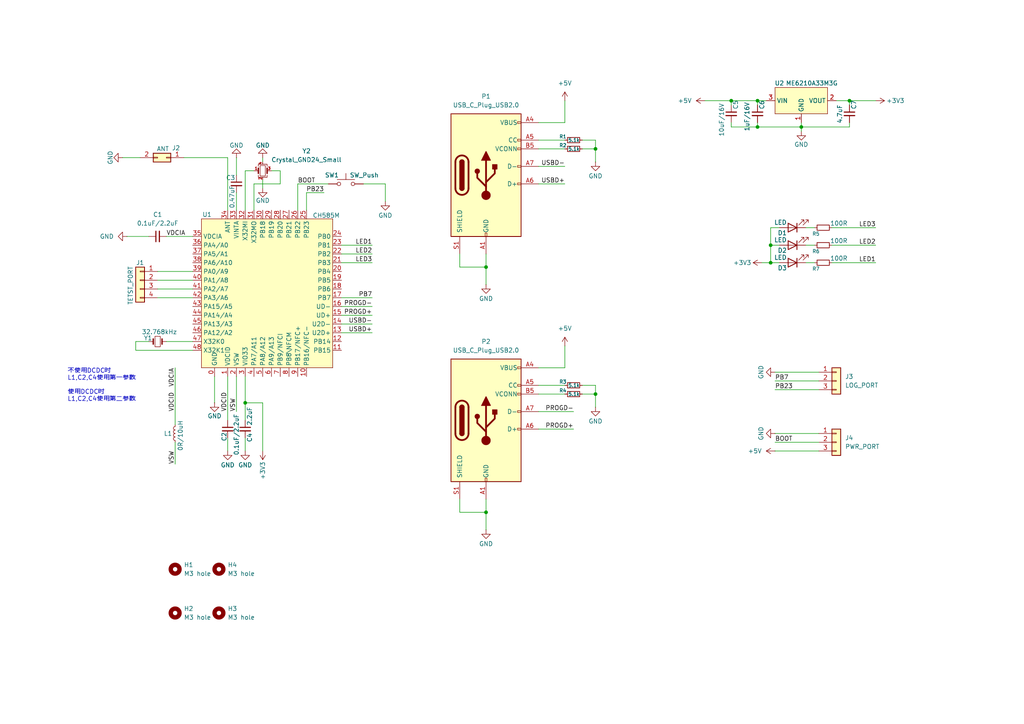
<source format=kicad_sch>
(kicad_sch (version 20250114) (generator "eeschema") (generator_version "9.0")
  (paper "A4")
  (lib_symbols
    (symbol "Connector:USB_C_Plug_USB2.0" (pin_names (offset 1.016))
      (property "Reference" "P" (at -10.16 19.05 0))
      (property "Value" "USB_C_Plug_USB2.0" (at 12.7 19.05 0))
      (symbol "USB_C_Plug_USB2.0_0_0"
        (rectangle (start -0.254 -17.78) (end 0.254 -16.764))
        (rectangle (start 10.16 15.494) (end 9.144 14.986))
        (rectangle (start 10.16 10.414) (end 9.144 9.906))
        (rectangle (start 10.16 7.874) (end 9.144 7.366))
        (rectangle (start 10.16 2.794) (end 9.144 2.286))
        (rectangle (start 10.16 -2.286) (end 9.144 -2.794))
      )
      (symbol "USB_C_Plug_USB2.0_0_1"
        (rectangle (start -10.16 17.78) (end 10.16 -17.78) (stroke (width 0.254)) (fill (type background)))
        (polyline (pts (xy -8.89 -3.81) (xy -8.89 3.81)) (stroke (width 0.508)))
        (rectangle (start -7.62 -3.81) (end -6.35 3.81) (stroke (width 0.254)) (fill (type outline)))
        (arc (start -7.62 3.81) (mid -6.985 4.4423) (end -6.35 3.81) (stroke (width 0.254)))
        (arc (start -7.62 3.81) (mid -6.985 4.4423) (end -6.35 3.81) (stroke (width 0.254)) (fill (type outline)))
        (arc (start -8.89 3.81) (mid -6.985 5.7067) (end -5.08 3.81) (stroke (width 0.508)))
        (arc (start -5.08 -3.81) (mid -6.985 -5.7067) (end -8.89 -3.81) (stroke (width 0.508)))
        (arc (start -6.35 -3.81) (mid -6.985 -4.4423) (end -7.62 -3.81) (stroke (width 0.254)))
        (arc (start -6.35 -3.81) (mid -6.985 -4.4423) (end -7.62 -3.81) (stroke (width 0.254)) (fill (type outline)))
        (polyline (pts (xy -5.08 3.81) (xy -5.08 -3.81)) (stroke (width 0.508)))
        (circle (center -2.54 1.143) (radius 0.635) (stroke (width 0.254)) (fill (type outline)))
        (polyline (pts (xy -1.27 4.318) (xy 0 6.858) (xy 1.27 4.318) (xy -1.27 4.318)) (stroke (width 0.254)) (fill (type outline)))
        (polyline (pts (xy 0 -2.032) (xy 2.54 0.508) (xy 2.54 1.778)) (stroke (width 0.508)))
        (polyline (pts (xy 0 -3.302) (xy -2.54 -0.762) (xy -2.54 0.508)) (stroke (width 0.508)))
        (polyline (pts (xy 0 -5.842) (xy 0 4.318)) (stroke (width 0.508)))
        (circle (center 0 -5.842) (radius 1.27) (fill (type outline)))
        (rectangle (start 1.905 1.778) (end 3.175 3.048) (stroke (width 0.254)) (fill (type outline)))
      )
      (symbol "USB_C_Plug_USB2.0_1_1"
        (pin passive line (at -7.62 -22.86 90) (length 5.08) (name "SHIELD") (number "S1"))
        (pin passive line (at 0 -22.86 90) (length 5.08) (name "GND") (number "A1"))
        (pin passive line (at 0 -22.86 90) (length 5.08) (hide yes) (name "GND") (number "A12"))
        (pin passive line (at 0 -22.86 90) (length 5.08) (hide yes) (name "GND") (number "B1"))
        (pin passive line (at 0 -22.86 90) (length 5.08) (hide yes) (name "GND") (number "B12"))
        (pin passive line (at 15.24 15.24 180) (length 5.08) (name "VBUS") (number "A4"))
        (pin passive line (at 15.24 15.24 180) (length 5.08) (hide yes) (name "VBUS") (number "A9"))
        (pin passive line (at 15.24 15.24 180) (length 5.08) (hide yes) (name "VBUS") (number "B4"))
        (pin passive line (at 15.24 15.24 180) (length 5.08) (hide yes) (name "VBUS") (number "B9"))
        (pin bidirectional line (at 15.24 10.16 180) (length 5.08) (name "CC") (number "A5"))
        (pin bidirectional line (at 15.24 7.62 180) (length 5.08) (name "VCONN") (number "B5"))
        (pin bidirectional line (at 15.24 2.54 180) (length 5.08) (name "D-") (number "A7"))
        (pin bidirectional line (at 15.24 -2.54 180) (length 5.08) (name "D+") (number "A6"))
      )
    )
    (symbol "Connector_Generic:Conn_01x03" (pin_names (offset 1.016) (hide yes))
      (property "Reference" "J" (at 0 5.08 0))
      (property "Value" "Conn_01x03" (at 0 -5.08 0))
      (symbol "Conn_01x03_1_1"
        (rectangle (start -1.27 3.81) (end 1.27 -3.81) (stroke (width 0.254)) (fill (type background)))
        (rectangle (start -1.27 2.667) (end 0 2.413) (stroke (width 0.1524)))
        (rectangle (start -1.27 0.127) (end 0 -0.127) (stroke (width 0.1524)))
        (rectangle (start -1.27 -2.413) (end 0 -2.667) (stroke (width 0.1524)))
        (pin passive line (at -5.08 2.54 0) (length 3.81) (name "Pin_1") (number "1"))
        (pin passive line (at -5.08 0 0) (length 3.81) (name "Pin_2") (number "2"))
        (pin passive line (at -5.08 -2.54 0) (length 3.81) (name "Pin_3") (number "3"))
      )
    )
    (symbol "Connector_Generic:Conn_01x04" (pin_names (offset 1.016) (hide yes))
      (property "Reference" "J" (at 0 5.08 0))
      (property "Value" "Conn_01x04" (at 0 -7.62 0))
      (symbol "Conn_01x04_1_1"
        (rectangle (start -1.27 3.81) (end 1.27 -6.35) (stroke (width 0.254)) (fill (type background)))
        (rectangle (start -1.27 2.667) (end 0 2.413) (stroke (width 0.1524)))
        (rectangle (start -1.27 0.127) (end 0 -0.127) (stroke (width 0.1524)))
        (rectangle (start -1.27 -2.413) (end 0 -2.667) (stroke (width 0.1524)))
        (rectangle (start -1.27 -4.953) (end 0 -5.207) (stroke (width 0.1524)))
        (pin passive line (at -5.08 2.54 0) (length 3.81) (name "Pin_1") (number "1"))
        (pin passive line (at -5.08 0 0) (length 3.81) (name "Pin_2") (number "2"))
        (pin passive line (at -5.08 -2.54 0) (length 3.81) (name "Pin_3") (number "3"))
        (pin passive line (at -5.08 -5.08 0) (length 3.81) (name "Pin_4") (number "4"))
      )
    )
    (symbol "Connector_Generic:Conn_02x01" (pin_names (offset 1.016) (hide yes))
      (property "Reference" "J" (at 1.27 2.54 0))
      (property "Value" "Conn_02x01" (at 1.27 -2.54 0))
      (symbol "Conn_02x01_1_1"
        (rectangle (start -1.27 1.27) (end 3.81 -1.27) (stroke (width 0.254)) (fill (type background)))
        (rectangle (start -1.27 0.127) (end 0 -0.127) (stroke (width 0.1524)))
        (rectangle (start 3.81 0.127) (end 2.54 -0.127) (stroke (width 0.1524)))
        (pin passive line (at -5.08 0 0) (length 3.81) (name "Pin_1") (number "1"))
        (pin passive line (at 7.62 0 180) (length 3.81) (name "Pin_2") (number "2"))
      )
    )
    (symbol "Device:C_Small" (pin_numbers (hide yes)) (pin_names (offset 0.254) (hide yes))
      (property "Reference" "C" (at 0.254 1.778 0))
      (property "Value" "C_Small" (at 0.254 -2.032 0))
      (symbol "C_Small_0_1"
        (polyline (pts (xy -1.524 0.508) (xy 1.524 0.508)) (stroke (width 0.3048)))
        (polyline (pts (xy -1.524 -0.508) (xy 1.524 -0.508)) (stroke (width 0.3302)))
      )
      (symbol "C_Small_1_1"
        (pin passive line (at 0 2.54 270) (length 2.032) (name "~") (number "1"))
        (pin passive line (at 0 -2.54 90) (length 2.032) (name "~") (number "2"))
      )
    )
    (symbol "Device:Crystal_GND24_Small" (pin_names (offset 1.016) (hide yes))
      (property "Reference" "Y" (at 1.27 4.445 0))
      (property "Value" "Crystal_GND24_Small" (at 1.27 2.54 0))
      (symbol "Crystal_GND24_Small_0_1"
        (polyline (pts (xy -1.27 1.27) (xy -1.27 1.905) (xy 1.27 1.905) (xy 1.27 1.27)))
        (polyline (pts (xy -1.27 -0.762) (xy -1.27 0.762)) (stroke (width 0.381)))
        (polyline (pts (xy -1.27 -1.27) (xy -1.27 -1.905) (xy 1.27 -1.905) (xy 1.27 -1.27)))
        (rectangle (start -0.762 -1.524) (end 0.762 1.524))
        (polyline (pts (xy 1.27 -0.762) (xy 1.27 0.762)) (stroke (width 0.381)))
      )
      (symbol "Crystal_GND24_Small_1_1"
        (pin passive line (at -2.54 0 0) (length 1.27) (name "1") (number "1"))
        (pin passive line (at 0 2.54 270) (length 0.635) (name "4") (number "4"))
        (pin passive line (at 0 -2.54 90) (length 0.635) (name "2") (number "2"))
        (pin passive line (at 2.54 0 180) (length 1.27) (name "3") (number "3"))
      )
    )
    (symbol "Device:Crystal_Small" (pin_numbers (hide yes)) (pin_names (offset 1.016) (hide yes))
      (property "Reference" "Y" (at 0 2.54 0))
      (property "Value" "Crystal_Small" (at 0 -2.54 0))
      (symbol "Crystal_Small_0_1"
        (polyline (pts (xy -1.27 -0.762) (xy -1.27 0.762)) (stroke (width 0.381)))
        (rectangle (start -0.762 -1.524) (end 0.762 1.524))
        (polyline (pts (xy 1.27 -0.762) (xy 1.27 0.762)) (stroke (width 0.381)))
      )
      (symbol "Crystal_Small_1_1"
        (pin passive line (at -2.54 0 0) (length 1.27) (name "1") (number "1"))
        (pin passive line (at 2.54 0 180) (length 1.27) (name "2") (number "2"))
      )
    )
    (symbol "Device:LED" (pin_numbers (hide yes)) (pin_names (offset 1.016) (hide yes))
      (property "Reference" "D" (at 0 2.54 0))
      (property "Value" "LED" (at 0 -2.54 0))
      (symbol "LED_0_1"
        (polyline (pts (xy -3.048 -0.762) (xy -4.572 -2.286) (xy -3.81 -2.286) (xy -4.572 -2.286) (xy -4.572 -1.524)))
        (polyline (pts (xy -1.778 -0.762) (xy -3.302 -2.286) (xy -2.54 -2.286) (xy -3.302 -2.286) (xy -3.302 -1.524)))
        (polyline (pts (xy -1.27 0) (xy 1.27 0)))
        (polyline (pts (xy -1.27 -1.27) (xy -1.27 1.27)) (stroke (width 0.254)))
        (polyline (pts (xy 1.27 -1.27) (xy 1.27 1.27) (xy -1.27 0) (xy 1.27 -1.27)) (stroke (width 0.254)))
      )
      (symbol "LED_1_1"
        (pin passive line (at -3.81 0 0) (length 2.54) (name "K") (number "1"))
        (pin passive line (at 3.81 0 180) (length 2.54) (name "A") (number "2"))
      )
    )
    (symbol "Device:L_Small" (pin_numbers (hide yes)) (pin_names (offset 0.254) (hide yes))
      (property "Reference" "L" (at 0.762 1.016 0))
      (property "Value" "L_Small" (at 0.762 -1.016 0))
      (symbol "L_Small_0_1"
        (arc (start 0 2.032) (mid 0.5058 1.524) (end 0 1.016))
        (arc (start 0 1.016) (mid 0.5058 0.508) (end 0 0))
        (arc (start 0 0) (mid 0.5058 -0.508) (end 0 -1.016))
        (arc (start 0 -1.016) (mid 0.5058 -1.524) (end 0 -2.032))
      )
      (symbol "L_Small_1_1"
        (pin passive line (at 0 2.54 270) (length 0.508) (name "~") (number "1"))
        (pin passive line (at 0 -2.54 90) (length 0.508) (name "~") (number "2"))
      )
    )
    (symbol "Device:R_Small" (pin_numbers (hide yes)) (pin_names (offset 0.254) (hide yes))
      (property "Reference" "R" (at 0 0 90))
      (property "Value" "R_Small" (at 1.778 0 90))
      (symbol "R_Small_0_1"
        (rectangle (start -0.762 1.778) (end 0.762 -1.778) (stroke (width 0.2032)))
      )
      (symbol "R_Small_1_1"
        (pin passive line (at 0 2.54 270) (length 0.762) (name "~") (number "1"))
        (pin passive line (at 0 -2.54 90) (length 0.762) (name "~") (number "2"))
      )
    )
    (symbol "Mechanical:MountingHole" (pin_names (offset 1.016)) (in_bom no)
      (property "Reference" "H" (at 0 5.08 0))
      (property "Value" "MountingHole" (at 0 3.175 0))
      (symbol "MountingHole_0_1"
        (circle (center 0 0) (radius 1.27) (stroke (width 1.27)))
      )
    )
    (symbol "Switch:SW_Push" (pin_numbers (hide yes)) (pin_names (offset 1.016) (hide yes))
      (property "Reference" "SW" (at 1.27 2.54 0))
      (property "Value" "SW_Push" (at 0 -1.524 0))
      (symbol "SW_Push_0_1"
        (circle (center -2.032 0) (radius 0.508))
        (polyline (pts (xy 0 1.27) (xy 0 3.048)))
        (circle (center 2.032 0) (radius 0.508))
        (polyline (pts (xy 2.54 1.27) (xy -2.54 1.27)))
        (pin passive line (at -5.08 0 0) (length 2.54) (name "1") (number "1"))
        (pin passive line (at 5.08 0 180) (length 2.54) (name "2") (number "2"))
      )
    )
    (symbol "nigh_Library:CH585M"
      (property "Reference" "U**" (at 0.508 1.016 0))
      (symbol "CH585M_1_1"
        (rectangle (start 0 0) (end 38.1 -43.18) (fill (type background)))
        (pin input line (at -2.54 -5.08 0) (length 2.54) (name "VDCIA") (number "35"))
        (pin input line (at -2.54 -7.62 0) (length 2.54) (name "PA4/A0") (number "36"))
        (pin input line (at -2.54 -10.16 0) (length 2.54) (name "PA5/A1") (number "37"))
        (pin input line (at -2.54 -12.7 0) (length 2.54) (name "PA6/A10") (number "38"))
        (pin input line (at -2.54 -15.24 0) (length 2.54) (name "PA0/A9") (number "39"))
        (pin input line (at -2.54 -17.78 0) (length 2.54) (name "PA1/A8") (number "40"))
        (pin input line (at -2.54 -20.32 0) (length 2.54) (name "PA2/A7") (number "41"))
        (pin input line (at -2.54 -22.86 0) (length 2.54) (name "PA3/A6") (number "42"))
        (pin input line (at -2.54 -25.4 0) (length 2.54) (name "PA15/A5") (number "43"))
        (pin input line (at -2.54 -27.94 0) (length 2.54) (name "PA14/A4") (number "44"))
        (pin input line (at -2.54 -30.48 0) (length 2.54) (name "PA13/A3") (number "45"))
        (pin input line (at -2.54 -33.02 0) (length 2.54) (name "PA12/A2") (number "46"))
        (pin input line (at -2.54 -35.56 0) (length 2.54) (name "X32K0") (number "47"))
        (pin input line (at -2.54 -38.1 0) (length 2.54) (name "X32K1") (number "48"))
        (pin input line (at 3.81 -45.72 90) (length 2.54) (name "GND") (number "0"))
        (pin input line (at 7.62 2.54 270) (length 2.54) (name "ANT") (number "34"))
        (pin input line (at 7.62 -45.72 90) (length 2.54) (name "VDCID") (number "1"))
        (pin input line (at 10.16 2.54 270) (length 2.54) (name "VINTA") (number "33"))
        (pin input line (at 10.16 -45.72 90) (length 2.54) (name "VSW") (number "2"))
        (pin input line (at 12.7 2.54 270) (length 2.54) (name "X32MI") (number "32"))
        (pin input line (at 12.7 -45.72 90) (length 2.54) (name "VIO33") (number "3"))
        (pin input line (at 15.24 2.54 270) (length 2.54) (name "X32MO") (number "31"))
        (pin input line (at 15.24 -45.72 90) (length 2.54) (name "PA7/A11") (number "4"))
        (pin input line (at 17.78 2.54 270) (length 2.54) (name "PB18") (number "30"))
        (pin input line (at 17.78 -45.72 90) (length 2.54) (name "PA8/A12") (number "5"))
        (pin input line (at 20.32 2.54 270) (length 2.54) (name "PB19") (number "29"))
        (pin input line (at 20.32 -45.72 90) (length 2.54) (name "PA9/A13") (number "6"))
        (pin input line (at 22.86 2.54 270) (length 2.54) (name "PB20") (number "28"))
        (pin input line (at 22.86 -45.72 90) (length 2.54) (name "PB9/NFCI") (number "7"))
        (pin input line (at 25.4 2.54 270) (length 2.54) (name "PB21") (number "27"))
        (pin input line (at 25.4 -45.72 90) (length 2.54) (name "PB8\\NFCM") (number "8"))
        (pin input line (at 27.94 2.54 270) (length 2.54) (name "PB22") (number "26"))
        (pin input line (at 27.94 -45.72 90) (length 2.54) (name "PB17/NFC+") (number "9"))
        (pin input line (at 30.48 2.54 270) (length 2.54) (name "PB23") (number "25"))
        (pin input line (at 30.48 -45.72 90) (length 2.54) (name "PB16/NFC-") (number "10"))
        (pin input line (at 40.64 -5.08 180) (length 2.54) (name "PB0") (number "24"))
        (pin input line (at 40.64 -7.62 180) (length 2.54) (name "PB1") (number "23"))
        (pin input line (at 40.64 -10.16 180) (length 2.54) (name "PB2") (number "22"))
        (pin input line (at 40.64 -12.7 180) (length 2.54) (name "PB3") (number "21"))
        (pin input line (at 40.64 -15.24 180) (length 2.54) (name "PB4") (number "20"))
        (pin input line (at 40.64 -17.78 180) (length 2.54) (name "PB5") (number "19"))
        (pin input line (at 40.64 -20.32 180) (length 2.54) (name "PB6") (number "18"))
        (pin input line (at 40.64 -22.86 180) (length 2.54) (name "PB7") (number "17"))
        (pin input line (at 40.64 -25.4 180) (length 2.54) (name "UD-") (number "16"))
        (pin input line (at 40.64 -27.94 180) (length 2.54) (name "UD+") (number "15"))
        (pin input line (at 40.64 -30.48 180) (length 2.54) (name "U2D-") (number "14"))
        (pin input line (at 40.64 -33.02 180) (length 2.54) (name "U2D+") (number "13"))
        (pin input line (at 40.64 -35.56 180) (length 2.54) (name "PB14") (number "12"))
        (pin input line (at 40.64 -38.1 180) (length 2.54) (name "PB15") (number "11"))
      )
    )
    (symbol "nigh_Library:WL9100S3"
      (property "Reference" "U" (at 1.27 1.27 0))
      (symbol "WL9100S3_0_1"
        (rectangle (start 0 0) (end 15.24 -7.62) (fill (type background)))
      )
      (symbol "WL9100S3_1_1"
        (pin output line (at -2.54 -3.81 0) (length 2.54) (name "VOUT") (number "2"))
        (pin power_out line (at 7.62 -10.16 90) (length 2.54) (name "GND") (number "1"))
        (pin input line (at 17.78 -3.81 180) (length 2.54) (name "VIN") (number "3"))
      )
    )
    (symbol "power:+3V3" (power) (pin_numbers (hide yes)) (pin_names (offset 0) (hide yes))
      (property "Value" "+3V3" (at 0 3.556 0))
      (symbol "+3V3_0_1"
        (polyline (pts (xy -0.762 1.27) (xy 0 2.54)))
        (polyline (pts (xy 0 2.54) (xy 0.762 1.27)))
        (polyline (pts (xy 0 0) (xy 0 2.54)))
      )
      (symbol "+3V3_1_1"
        (pin power_in line (at 0 0 90) (length 0) (name "~") (number "1"))
      )
    )
    (symbol "power:+5V" (power) (pin_numbers (hide yes)) (pin_names (offset 0) (hide yes))
      (property "Value" "+5V" (at 0 3.556 0))
      (symbol "+5V_0_1"
        (polyline (pts (xy -0.762 1.27) (xy 0 2.54)))
        (polyline (pts (xy 0 2.54) (xy 0.762 1.27)))
        (polyline (pts (xy 0 0) (xy 0 2.54)))
      )
      (symbol "+5V_1_1"
        (pin power_in line (at 0 0 90) (length 0) (name "~") (number "1"))
      )
    )
    (symbol "power:GND" (power) (pin_numbers (hide yes)) (pin_names (offset 0) (hide yes))
      (property "Value" "GND" (at 0 -3.81 0))
      (symbol "GND_0_1"
        (polyline (pts (xy 0 0) (xy 0 -1.27) (xy 1.27 -1.27) (xy 0 -2.54) (xy -1.27 -1.27) (xy 0 -1.27)))
      )
      (symbol "GND_1_1"
        (pin power_in line (at 0 0 270) (length 0) (name "~") (number "1"))
      )
    )
  )
  (text "不使用DCDC时\nL1,C2,C4使用第一参数\n\n使用DCDC时\nL1,C2,C4使用第二参数" (at 19.558 106.934 0) (effects (font (size 1.27 1.27)) (justify left top)))
  (junction (at 140.97 77.47))
  (junction (at 232.41 36.83))
  (junction (at 219.71 36.83))
  (junction (at 172.72 114.3))
  (junction (at 223.52 76.2))
  (junction (at 140.97 148.59))
  (junction (at 219.71 29.21))
  (junction (at 172.72 43.18))
  (junction (at 212.09 29.21))
  (junction (at 246.38 29.21))
  (junction (at 223.52 71.12))
  (junction (at 71.12 116.84))
  (wire (pts (xy 232.41 35.56) (xy 232.41 36.83)))
  (wire (pts (xy 156.21 111.76) (xy 163.83 111.76)))
  (wire (pts (xy 99.06 88.9) (xy 107.95 88.9)))
  (wire (pts (xy 156.21 119.38) (xy 166.37 119.38)))
  (wire (pts (xy 99.06 73.66) (xy 107.95 73.66)))
  (wire (pts (xy 35.56 45.72) (xy 40.64 45.72)))
  (wire (pts (xy 246.38 36.83) (xy 246.38 35.56)))
  (wire (pts (xy 71.12 116.84) (xy 76.2 116.84)))
  (wire (pts (xy 45.72 86.36) (xy 55.88 86.36)))
  (wire (pts (xy 99.06 86.36) (xy 107.95 86.36)))
  (wire (pts (xy 45.72 81.28) (xy 55.88 81.28)))
  (wire (pts (xy 76.2 52.07) (xy 76.2 54.61)))
  (wire (pts (xy 66.04 109.22) (xy 66.04 121.92)))
  (wire (pts (xy 55.88 101.6) (xy 39.37 101.6)))
  (wire (pts (xy 224.79 113.03) (xy 237.49 113.03)))
  (wire (pts (xy 232.41 36.83) (xy 232.41 38.1)))
  (wire (pts (xy 86.36 53.34) (xy 95.25 53.34)))
  (wire (pts (xy 241.3 71.12) (xy 254 71.12)))
  (wire (pts (xy 172.72 43.18) (xy 172.72 46.99)))
  (wire (pts (xy 66.04 127) (xy 66.04 130.81)))
  (wire (pts (xy 140.97 77.47) (xy 140.97 73.66)))
  (wire (pts (xy 246.38 29.21) (xy 246.38 30.48)))
  (wire (pts (xy 168.91 40.64) (xy 172.72 40.64)))
  (wire (pts (xy 163.83 106.68) (xy 163.83 100.33)))
  (wire (pts (xy 246.38 29.21) (xy 254 29.21)))
  (wire (pts (xy 105.41 53.34) (xy 111.76 53.34)))
  (wire (pts (xy 53.34 45.72) (xy 66.04 45.72)))
  (wire (pts (xy 99.06 76.2) (xy 107.95 76.2)))
  (wire (pts (xy 71.12 109.22) (xy 71.12 116.84)))
  (wire (pts (xy 73.66 53.34) (xy 81.28 53.34)))
  (wire (pts (xy 212.09 29.21) (xy 219.71 29.21)))
  (wire (pts (xy 241.3 76.2) (xy 254 76.2)))
  (wire (pts (xy 212.09 29.21) (xy 212.09 30.48)))
  (wire (pts (xy 45.72 83.82) (xy 55.88 83.82)))
  (wire (pts (xy 48.26 99.06) (xy 55.88 99.06)))
  (wire (pts (xy 168.91 111.76) (xy 172.72 111.76)))
  (wire (pts (xy 224.79 125.73) (xy 237.49 125.73)))
  (wire (pts (xy 232.41 36.83) (xy 246.38 36.83)))
  (wire (pts (xy 219.71 35.56) (xy 219.71 36.83)))
  (wire (pts (xy 168.91 43.18) (xy 172.72 43.18)))
  (wire (pts (xy 73.66 60.96) (xy 73.66 53.34)))
  (wire (pts (xy 88.9 60.96) (xy 88.9 55.88)))
  (wire (pts (xy 156.21 43.18) (xy 163.83 43.18)))
  (wire (pts (xy 133.35 77.47) (xy 140.97 77.47)))
  (wire (pts (xy 233.68 66.04) (xy 236.22 66.04)))
  (wire (pts (xy 39.37 101.6) (xy 39.37 99.06)))
  (wire (pts (xy 99.06 91.44) (xy 107.95 91.44)))
  (wire (pts (xy 223.52 71.12) (xy 226.06 71.12)))
  (wire (pts (xy 212.09 36.83) (xy 219.71 36.83)))
  (wire (pts (xy 76.2 45.72) (xy 76.2 46.99)))
  (wire (pts (xy 50.8 128.27) (xy 50.8 134.62)))
  (wire (pts (xy 223.52 71.12) (xy 223.52 66.04)))
  (wire (pts (xy 156.21 48.26) (xy 163.83 48.26)))
  (wire (pts (xy 212.09 35.56) (xy 212.09 36.83)))
  (wire (pts (xy 81.28 49.53) (xy 78.74 49.53)))
  (wire (pts (xy 156.21 40.64) (xy 163.83 40.64)))
  (wire (pts (xy 219.71 29.21) (xy 219.71 30.48)))
  (wire (pts (xy 163.83 35.56) (xy 163.83 29.21)))
  (wire (pts (xy 204.47 29.21) (xy 212.09 29.21)))
  (wire (pts (xy 68.58 55.88) (xy 68.58 60.96)))
  (wire (pts (xy 156.21 106.68) (xy 163.83 106.68)))
  (wire (pts (xy 140.97 148.59) (xy 140.97 153.67)))
  (wire (pts (xy 111.76 53.34) (xy 111.76 58.42)))
  (wire (pts (xy 156.21 124.46) (xy 166.37 124.46)))
  (wire (pts (xy 133.35 73.66) (xy 133.35 77.47)))
  (wire (pts (xy 50.8 106.68) (xy 50.8 123.19)))
  (wire (pts (xy 156.21 35.56) (xy 163.83 35.56)))
  (wire (pts (xy 219.71 29.21) (xy 222.25 29.21)))
  (wire (pts (xy 66.04 60.96) (xy 66.04 45.72)))
  (wire (pts (xy 68.58 45.72) (xy 68.58 50.8)))
  (wire (pts (xy 71.12 116.84) (xy 71.12 121.92)))
  (wire (pts (xy 156.21 53.34) (xy 163.83 53.34)))
  (wire (pts (xy 156.21 114.3) (xy 163.83 114.3)))
  (wire (pts (xy 62.23 109.22) (xy 62.23 116.84)))
  (wire (pts (xy 36.83 68.58) (xy 43.18 68.58)))
  (wire (pts (xy 233.68 76.2) (xy 236.22 76.2)))
  (wire (pts (xy 99.06 96.52) (xy 107.95 96.52)))
  (wire (pts (xy 133.35 144.78) (xy 133.35 148.59)))
  (wire (pts (xy 224.79 107.95) (xy 237.49 107.95)))
  (wire (pts (xy 133.35 148.59) (xy 140.97 148.59)))
  (wire (pts (xy 223.52 76.2) (xy 226.06 76.2)))
  (wire (pts (xy 224.79 130.81) (xy 237.49 130.81)))
  (wire (pts (xy 48.26 68.58) (xy 55.88 68.58)))
  (wire (pts (xy 45.72 78.74) (xy 55.88 78.74)))
  (wire (pts (xy 76.2 116.84) (xy 76.2 130.81)))
  (wire (pts (xy 233.68 71.12) (xy 236.22 71.12)))
  (wire (pts (xy 172.72 40.64) (xy 172.72 43.18)))
  (wire (pts (xy 81.28 53.34) (xy 81.28 49.53)))
  (wire (pts (xy 88.9 55.88) (xy 93.98 55.88)))
  (wire (pts (xy 86.36 53.34) (xy 86.36 60.96)))
  (wire (pts (xy 219.71 36.83) (xy 232.41 36.83)))
  (wire (pts (xy 224.79 110.49) (xy 237.49 110.49)))
  (wire (pts (xy 71.12 49.53) (xy 73.66 49.53)))
  (wire (pts (xy 172.72 111.76) (xy 172.72 114.3)))
  (wire (pts (xy 99.06 71.12) (xy 107.95 71.12)))
  (wire (pts (xy 39.37 99.06) (xy 43.18 99.06)))
  (wire (pts (xy 220.98 76.2) (xy 223.52 76.2)))
  (wire (pts (xy 223.52 76.2) (xy 223.52 71.12)))
  (wire (pts (xy 223.52 66.04) (xy 226.06 66.04)))
  (wire (pts (xy 168.91 114.3) (xy 172.72 114.3)))
  (wire (pts (xy 99.06 93.98) (xy 107.95 93.98)))
  (wire (pts (xy 71.12 60.96) (xy 71.12 49.53)))
  (wire (pts (xy 242.57 29.21) (xy 246.38 29.21)))
  (wire (pts (xy 241.3 66.04) (xy 254 66.04)))
  (wire (pts (xy 172.72 114.3) (xy 172.72 118.11)))
  (wire (pts (xy 224.79 128.27) (xy 237.49 128.27)))
  (wire (pts (xy 140.97 148.59) (xy 140.97 144.78)))
  (wire (pts (xy 71.12 127) (xy 71.12 130.81)))
  (wire (pts (xy 140.97 77.47) (xy 140.97 82.55)))
  (wire (pts (xy 68.58 109.22) (xy 68.58 119.38)))
  (label "LED1" (at 254 76.2 180))
  (label "BOOT" (at 224.79 128.27 0))
  (label "VDCIA" (at 50.8 106.68 270))
  (label "LED2" (at 107.95 73.66 180))
  (label "PB7" (at 107.95 86.36 180))
  (label "USBD-" (at 107.95 93.98 180))
  (label "USBD+" (at 163.83 53.34 180))
  (label "PROGD+" (at 107.95 91.44 180))
  (label "USBD+" (at 107.95 96.52 180))
  (label "LED3" (at 254 66.04 180))
  (label "PROGD+" (at 166.37 124.46 180))
  (label "VSW" (at 68.58 119.38 90))
  (label "LED1" (at 107.95 71.12 180))
  (label "PB7" (at 224.79 110.49 0))
  (label "LED2" (at 254 71.12 180))
  (label "PB23" (at 224.79 113.03 0))
  (label "VDCID" (at 50.8 119.38 90))
  (label "PROGD-" (at 107.95 88.9 180))
  (label "VSW" (at 50.8 134.62 90))
  (label "BOOT" (at 86.36 53.34 0))
  (label "VDCID" (at 66.04 119.38 90))
  (label "VDCIA" (at 48.26 68.58 0))
  (label "PB23" (at 93.98 55.88 180))
  (label "USBD-" (at 163.83 48.26 180))
  (label "LED3" (at 107.95 76.2 180))
  (label "PROGD-" (at 166.37 119.38 180))
  (symbol (lib_id "Device:C_Small") (at 212.09 33.02 0) (unit 1)
    (property "Reference" "C5" (at 213.36 31.75 90) (effects (justify left)))
    (property "Value" "10uF/16V" (at 209.296 39.624 90) (effects (justify left)))
    (property "Footprint" "Capacitor_SMD:C_0603_1608Metric" (effects (hide yes)))
    (property "Description" "Unpolarized capacitor, small symbol" (effects (hide yes)))
  )
  (symbol (lib_id "Mechanical:MountingHole") (at 50.8 165.1 0) (unit 1) (in_bom no)
    (property "Reference" "H1" (at 53.34 163.8299 0) (effects (justify left)))
    (property "Value" "M3 hole" (at 53.34 166.3699 0) (effects (justify left)))
    (property "Footprint" "MountingHole:MountingHole_3.2mm_M3_DIN965" (effects (hide yes)))
    (property "Description" "Mounting Hole without connection" (effects (hide yes)))
  )
  (symbol (lib_id "power:GND") (at 36.83 68.58 270) (unit 1)
    (property "Reference" "#PWR02" (effects (hide yes)))
    (property "Value" "GND" (at 33.02 68.5799 90) (effects (justify right)))
    (property "Description" "Power symbol creates a global label with name \"GND\" , ground" (effects (hide yes)))
  )
  (symbol (lib_id "Device:Crystal_Small") (at 45.72 99.06 180) (unit 1)
    (property "Reference" "Y1" (at 42.926 98.044 0))
    (property "Value" "32.768kHz" (at 46.228 96.266 0))
    (property "Footprint" "PCM_Crystal_AKL:Crystal_SMD_3215-2Pin_3.2x1.5mm" (effects (hide yes)))
    (property "Description" "Two pin crystal, small symbol" (effects (hide yes)))
  )
  (symbol (lib_id "power:+3V3") (at 76.2 130.81 180) (unit 1)
    (property "Reference" "#PWR09" (effects (hide yes)))
    (property "Value" "+3V3" (at 76.2 133.858 90) (effects (justify left)))
    (property "Description" "Power symbol creates a global label with name \"+3V3\"" (effects (hide yes)))
  )
  (symbol (lib_id "power:GND") (at 62.23 116.84 0) (unit 1)
    (property "Reference" "#PWR03" (effects (hide yes)))
    (property "Value" "GND" (at 62.23 120.65 0))
    (property "Description" "Power symbol creates a global label with name \"GND\" , ground" (effects (hide yes)))
  )
  (symbol (lib_id "Device:R_Small") (at 166.37 114.3 90) (unit 1)
    (property "Reference" "R4" (at 164.338 113.284 90) (effects (font (size 1.016 1.016)) (justify left)))
    (property "Value" "5.1k" (at 168.148 114.3 90) (effects (font (size 1 1)) (justify left)))
    (property "Footprint" "PCM_Resistor_SMD_AKL:R_0402_1005Metric_Pad0.72x0.64mm_HandSolder" (effects (hide yes)))
    (property "Description" "Resistor, small symbol" (effects (hide yes)))
  )
  (symbol (lib_id "power:GND") (at 66.04 130.81 0) (unit 1)
    (property "Reference" "#PWR04" (effects (hide yes)))
    (property "Value" "GND" (at 66.04 134.874 0))
    (property "Description" "Power symbol creates a global label with name \"GND\" , ground" (effects (hide yes)))
  )
  (symbol (lib_id "Connector_Generic:Conn_01x03") (at 242.57 128.27 0) (unit 1)
    (property "Reference" "J4" (at 245.11 126.9999 0) (effects (justify left)))
    (property "Value" "PWR_PORT" (at 245.11 129.5399 0) (effects (justify left)))
    (property "Footprint" "Connector_PinHeader_2.54mm:PinHeader_1x03_P2.54mm_Vertical" (effects (hide yes)))
    (property "Description" "Generic connector, single row, 01x03, script generated (kicad-library-utils/schlib/autogen/connector/)" (effects (hide yes)))
  )
  (symbol (lib_id "power:GND") (at 111.76 58.42 0) (unit 1)
    (property "Reference" "#PWR010" (effects (hide yes)))
    (property "Value" "GND" (at 111.76 62.484 0))
    (property "Description" "Power symbol creates a global label with name \"GND\" , ground" (effects (hide yes)))
  )
  (symbol (lib_id "power:+5V") (at 204.47 29.21 90) (unit 1)
    (property "Reference" "#PWR017" (effects (hide yes)))
    (property "Value" "+5V" (at 200.66 29.2099 90) (effects (justify left)))
    (property "Description" "Power symbol creates a global label with name \"+5V\"" (effects (hide yes)))
  )
  (symbol (lib_id "power:GND") (at 172.72 46.99 0) (unit 1)
    (property "Reference" "#PWR015" (effects (hide yes)))
    (property "Value" "GND" (at 172.72 51.054 0))
    (property "Description" "Power symbol creates a global label with name \"GND\" , ground" (effects (hide yes)))
  )
  (symbol (lib_id "power:GND") (at 76.2 45.72 180) (unit 1)
    (property "Reference" "#PWR07" (effects (hide yes)))
    (property "Value" "GND" (at 76.2 42.164 0))
    (property "Description" "Power symbol creates a global label with name \"GND\" , ground" (effects (hide yes)))
  )
  (symbol (lib_id "power:GND") (at 140.97 153.67 0) (unit 1)
    (property "Reference" "#PWR012" (effects (hide yes)))
    (property "Value" "GND" (at 140.97 157.734 0))
    (property "Description" "Power symbol creates a global label with name \"GND\" , ground" (effects (hide yes)))
  )
  (symbol (lib_id "Connector_Generic:Conn_01x03") (at 242.57 110.49 0) (unit 1)
    (property "Reference" "J3" (at 245.11 109.2199 0) (effects (justify left)))
    (property "Value" "LOG_PORT" (at 245.11 111.7599 0) (effects (justify left)))
    (property "Footprint" "Connector_PinHeader_2.54mm:PinHeader_1x03_P2.54mm_Vertical" (effects (hide yes)))
    (property "Description" "Generic connector, single row, 01x03, script generated (kicad-library-utils/schlib/autogen/connector/)" (effects (hide yes)))
  )
  (symbol (lib_id "Device:Crystal_GND24_Small") (at 76.2 49.53 0) (unit 1)
    (property "Reference" "Y2" (at 88.9 43.8082 0))
    (property "Value" "Crystal_GND24_Small" (at 88.9 46.3482 0))
    (property "Footprint" "Oscillator:Oscillator_SMD_EuroQuartz_XO32-4Pin_3.2x2.5mm" (effects (hide yes)))
    (property "Description" "Four pin crystal, GND on pins 2 and 4, small symbol" (effects (hide yes)))
  )
  (symbol (lib_id "Device:C_Small") (at 71.12 124.46 0) (unit 1)
    (property "Reference" "C4" (at 72.39 128.27 90) (effects (justify left)))
    (property "Value" "2.2uF" (at 72.39 123.444 90) (effects (justify left)))
    (property "Footprint" "Capacitor_SMD:C_0603_1608Metric_Pad1.08x0.95mm_HandSolder" (effects (hide yes)))
    (property "Description" "Unpolarized capacitor, small symbol" (effects (hide yes)))
  )
  (symbol (lib_id "Device:R_Small") (at 238.76 71.12 90) (unit 1)
    (property "Reference" "R6" (at 237.744 72.898 90) (effects (font (size 1.016 1.016)) (justify left)))
    (property "Value" "100R" (at 245.872 69.85 90) (effects (justify left)))
    (property "Footprint" "PCM_Resistor_SMD_AKL:R_0402_1005Metric_Pad0.72x0.64mm_HandSolder" (effects (hide yes)))
    (property "Description" "Resistor, small symbol" (effects (hide yes)))
  )
  (symbol (lib_id "Device:C_Small") (at 68.58 53.34 0) (unit 1)
    (property "Reference" "C3" (at 65.532 51.562 0) (effects (justify left)))
    (property "Value" "0.47uF" (at 67.31 60.452 90) (effects (justify left)))
    (property "Footprint" "Capacitor_SMD:C_0402_1005Metric_Pad0.74x0.62mm_HandSolder" (effects (hide yes)))
    (property "Description" "Unpolarized capacitor, small symbol" (effects (hide yes)))
  )
  (symbol (lib_id "Mechanical:MountingHole") (at 50.8 177.8 0) (unit 1) (in_bom no)
    (property "Reference" "H2" (at 53.34 176.5299 0) (effects (justify left)))
    (property "Value" "M3 hole" (at 53.34 179.0699 0) (effects (justify left)))
    (property "Footprint" "MountingHole:MountingHole_3.2mm_M3_DIN965" (effects (hide yes)))
    (property "Description" "Mounting Hole without connection" (effects (hide yes)))
  )
  (symbol (lib_id "Device:LED") (at 229.87 71.12 180) (unit 1)
    (property "Reference" "D2" (at 225.552 72.644 0) (effects (justify right)))
    (property "Value" "LED" (at 224.536 69.596 0) (effects (justify right)))
    (property "Footprint" "LED_SMD:LED_0603_1608Metric_Pad1.05x0.95mm_HandSolder" (effects (hide yes)))
    (property "Description" "Light emitting diode" (effects (hide yes)))
    (property "Sim.Pins" "1=K 2=A" (effects (hide yes)))
  )
  (symbol (lib_id "power:GND") (at 232.41 38.1 0) (unit 1)
    (property "Reference" "#PWR022" (effects (hide yes)))
    (property "Value" "GND" (at 232.41 41.91 0))
    (property "Description" "Power symbol creates a global label with name \"GND\" , ground" (effects (hide yes)))
  )
  (symbol (lib_id "power:+3V3") (at 220.98 76.2 90) (unit 1)
    (property "Reference" "#PWR018" (effects (hide yes)))
    (property "Value" "+3V3" (at 217.932 76.2 90) (effects (justify left)))
    (property "Description" "Power symbol creates a global label with name \"+3V3\"" (effects (hide yes)))
  )
  (symbol (lib_id "Device:R_Small") (at 166.37 40.64 90) (unit 1)
    (property "Reference" "R1" (at 164.338 39.624 90) (effects (font (size 1.016 1.016)) (justify left)))
    (property "Value" "5.1k" (at 168.148 40.64 90) (effects (font (size 1 1)) (justify left)))
    (property "Footprint" "PCM_Resistor_SMD_AKL:R_0402_1005Metric_Pad0.72x0.64mm_HandSolder" (effects (hide yes)))
    (property "Description" "Resistor, small symbol" (effects (hide yes)))
  )
  (symbol (lib_id "Device:R_Small") (at 166.37 43.18 90) (unit 1)
    (property "Reference" "R2" (at 164.338 42.164 90) (effects (font (size 1.016 1.016)) (justify left)))
    (property "Value" "5.1k" (at 168.148 43.18 90) (effects (font (size 1 1)) (justify left)))
    (property "Footprint" "PCM_Resistor_SMD_AKL:R_0402_1005Metric_Pad0.72x0.64mm_HandSolder" (effects (hide yes)))
    (property "Description" "Resistor, small symbol" (effects (hide yes)))
  )
  (symbol (lib_id "power:+5V") (at 163.83 29.21 0) (unit 1)
    (property "Reference" "#PWR013" (effects (hide yes)))
    (property "Value" "+5V" (at 163.83 24.13 0))
    (property "Description" "Power symbol creates a global label with name \"+5V\"" (effects (hide yes)))
  )
  (symbol (lib_id "Device:C_Small") (at 45.72 68.58 90) (unit 1)
    (property "Reference" "C1" (at 45.7263 62.23 90))
    (property "Value" "0.1uF/2.2uF" (at 45.7263 64.77 90))
    (property "Footprint" "Capacitor_SMD:C_0402_1005Metric_Pad0.74x0.62mm_HandSolder" (effects (hide yes)))
    (property "Description" "Unpolarized capacitor, small symbol" (effects (hide yes)))
  )
  (symbol (lib_id "power:GND") (at 35.56 45.72 270) (unit 1)
    (property "Reference" "#PWR01" (effects (hide yes)))
    (property "Value" "GND" (at 32.004 45.72 0))
    (property "Description" "Power symbol creates a global label with name \"GND\" , ground" (effects (hide yes)))
  )
  (symbol (lib_id "power:GND") (at 71.12 130.81 0) (unit 1)
    (property "Reference" "#PWR06" (effects (hide yes)))
    (property "Value" "GND" (at 71.12 134.874 0))
    (property "Description" "Power symbol creates a global label with name \"GND\" , ground" (effects (hide yes)))
  )
  (symbol (lib_id "Device:R_Small") (at 238.76 76.2 90) (unit 1)
    (property "Reference" "R7" (at 237.744 77.978 90) (effects (font (size 1.016 1.016)) (justify left)))
    (property "Value" "100R" (at 245.872 74.93 90) (effects (justify left)))
    (property "Footprint" "PCM_Resistor_SMD_AKL:R_0402_1005Metric_Pad0.72x0.64mm_HandSolder" (effects (hide yes)))
    (property "Description" "Resistor, small symbol" (effects (hide yes)))
  )
  (symbol (lib_id "nigh_Library:CH585M") (at 58.42 63.5 0) (unit 1)
    (property "Reference" "U1" (at 58.674 62.23 0) (effects (justify left)))
    (property "Value" "CH585M" (at 90.678 62.484 0) (effects (justify left)))
    (property "Footprint" "xianii:QFN-48_EP_5x5_Pitch0.35mm" (effects (hide yes)))
  )
  (symbol (lib_id "power:GND") (at 68.58 45.72 180) (unit 1)
    (property "Reference" "#PWR05" (effects (hide yes)))
    (property "Value" "GND" (at 68.58 42.164 0))
    (property "Description" "Power symbol creates a global label with name \"GND\" , ground" (effects (hide yes)))
  )
  (symbol (lib_id "Switch:SW_Push") (at 100.33 53.34 0) (unit 1)
    (property "Reference" "SW1" (at 96.266 50.8 0))
    (property "Value" "SW_Push" (at 105.664 50.8 0))
    (property "Footprint" "xianii:EL3625" (effects (hide yes)))
    (property "Description" "Push button switch, generic, two pins" (effects (hide yes)))
  )
  (symbol (lib_id "Device:R_Small") (at 166.37 111.76 90) (unit 1)
    (property "Reference" "R3" (at 164.338 110.744 90) (effects (font (size 1.016 1.016)) (justify left)))
    (property "Value" "5.1k" (at 168.148 111.76 90) (effects (font (size 1 1)) (justify left)))
    (property "Footprint" "PCM_Resistor_SMD_AKL:R_0402_1005Metric_Pad0.72x0.64mm_HandSolder" (effects (hide yes)))
    (property "Description" "Resistor, small symbol" (effects (hide yes)))
  )
  (symbol (lib_id "power:GND") (at 172.72 118.11 0) (unit 1)
    (property "Reference" "#PWR016" (effects (hide yes)))
    (property "Value" "GND" (at 172.72 122.174 0))
    (property "Description" "Power symbol creates a global label with name \"GND\" , ground" (effects (hide yes)))
  )
  (symbol (lib_id "power:+5V") (at 224.79 130.81 90) (unit 1)
    (property "Reference" "#PWR021" (effects (hide yes)))
    (property "Value" "+5V" (at 220.98 130.8099 90) (effects (justify left)))
    (property "Description" "Power symbol creates a global label with name \"+5V\"" (effects (hide yes)))
  )
  (symbol (lib_id "Connector_Generic:Conn_02x01") (at 48.26 45.72 0) (mirror y) (unit 1)
    (property "Reference" "J2" (at 51.054 42.926 0))
    (property "Value" "ANT" (at 47.244 43.18 0))
    (property "Footprint" "RF_Antenna:Texas_SWRA117D_2.4GHz_Left" (effects (hide yes)))
    (property "Description" "Generic connector, double row, 02x01, this symbol is compatible with counter-clockwise, top-bottom and odd-even numbering schemes., script generated (kicad-library-utils/schlib/autogen/connector/)" (effects (hide yes)))
  )
  (symbol (lib_id "Connector:USB_C_Plug_USB2.0") (at 140.97 50.8 0) (unit 1)
    (property "Reference" "P1" (at 140.97 27.94 0))
    (property "Value" "USB_C_Plug_USB2.0" (at 140.97 30.48 0))
    (property "Footprint" "Connector_USB:USB_C_Receptacle_GCT_USB4105-xx-A_16P_TopMnt_Horizontal" (effects (hide yes)))
    (property "Datasheet" "https://www.usb.org/sites/default/files/documents/usb_type-c.zip" (effects (hide yes)))
    (property "Description" "USB 2.0-only Type-C Plug connector" (effects (hide yes)))
  )
  (symbol (lib_id "Device:LED") (at 229.87 76.2 180) (unit 1)
    (property "Reference" "D3" (at 225.552 77.724 0) (effects (justify right)))
    (property "Value" "LED" (at 224.536 74.676 0) (effects (justify right)))
    (property "Footprint" "LED_SMD:LED_0603_1608Metric_Pad1.05x0.95mm_HandSolder" (effects (hide yes)))
    (property "Description" "Light emitting diode" (effects (hide yes)))
    (property "Sim.Pins" "1=K 2=A" (effects (hide yes)))
  )
  (symbol (lib_id "Device:LED") (at 229.87 66.04 180) (unit 1)
    (property "Reference" "D1" (at 225.552 67.564 0) (effects (justify right)))
    (property "Value" "LED" (at 224.536 64.516 0) (effects (justify right)))
    (property "Footprint" "LED_SMD:LED_0603_1608Metric_Pad1.05x0.95mm_HandSolder" (effects (hide yes)))
    (property "Description" "Light emitting diode" (effects (hide yes)))
    (property "Sim.Pins" "1=K 2=A" (effects (hide yes)))
  )
  (symbol (lib_id "power:GND") (at 76.2 54.61 0) (unit 1)
    (property "Reference" "#PWR08" (effects (hide yes)))
    (property "Value" "GND" (at 76.2 58.166 0))
    (property "Description" "Power symbol creates a global label with name \"GND\" , ground" (effects (hide yes)))
  )
  (symbol (lib_id "power:GND") (at 224.79 107.95 270) (unit 1)
    (property "Reference" "#PWR019" (effects (hide yes)))
    (property "Value" "GND" (at 220.726 107.95 0))
    (property "Description" "Power symbol creates a global label with name \"GND\" , ground" (effects (hide yes)))
  )
  (symbol (lib_id "Device:C_Small") (at 219.71 33.02 0) (unit 1)
    (property "Reference" "C6" (at 220.98 31.75 90) (effects (justify left)))
    (property "Value" "1uF/16V" (at 216.662 38.1 90) (effects (justify left)))
    (property "Footprint" "Capacitor_SMD:C_0402_1005Metric" (effects (hide yes)))
    (property "Description" "Unpolarized capacitor, small symbol" (effects (hide yes)))
  )
  (symbol (lib_id "Device:L_Small") (at 50.8 125.73 180) (unit 1)
    (property "Reference" "L1" (at 47.498 125.73 0) (effects (justify right)))
    (property "Value" "0R/10uH" (at 52.324 130.81 90) (effects (justify right)))
    (property "Footprint" "Resistor_SMD:R_0603_1608Metric_Pad0.98x0.95mm_HandSolder" (effects (hide yes)))
    (property "Description" "Inductor, small symbol" (effects (hide yes)))
  )
  (symbol (lib_id "Device:R_Small") (at 238.76 66.04 90) (unit 1)
    (property "Reference" "R5" (at 237.744 67.818 90) (effects (font (size 1.016 1.016)) (justify left)))
    (property "Value" "100R" (at 245.872 64.77 90) (effects (justify left)))
    (property "Footprint" "PCM_Resistor_SMD_AKL:R_0402_1005Metric_Pad0.72x0.64mm_HandSolder" (effects (hide yes)))
    (property "Description" "Resistor, small symbol" (effects (hide yes)))
  )
  (symbol (lib_id "nigh_Library:WL9100S3") (at 240.03 25.4 0) (mirror y) (unit 1)
    (property "Reference" "U2" (at 226.06 24.13 0))
    (property "Value" "ME6210A33M3G" (at 235.458 24.13 0))
    (property "Footprint" "Package_TO_SOT_SMD:TSOT-23" (effects (hide yes)))
  )
  (symbol (lib_id "power:+5V") (at 163.83 100.33 0) (unit 1)
    (property "Reference" "#PWR014" (effects (hide yes)))
    (property "Value" "+5V" (at 163.83 95.25 0))
    (property "Description" "Power symbol creates a global label with name \"+5V\"" (effects (hide yes)))
  )
  (symbol (lib_id "Device:C_Small") (at 246.38 33.02 0) (unit 1)
    (property "Reference" "C7" (at 247.65 31.75 90) (effects (justify left)))
    (property "Value" "4.7uF" (at 243.586 35.814 90) (effects (justify left)))
    (property "Footprint" "Capacitor_SMD:C_0402_1005Metric" (effects (hide yes)))
    (property "Description" "Unpolarized capacitor, small symbol" (effects (hide yes)))
  )
  (symbol (lib_id "Mechanical:MountingHole") (at 63.5 165.1 0) (unit 1) (in_bom no)
    (property "Reference" "H4" (at 66.04 163.8299 0) (effects (justify left)))
    (property "Value" "M3 hole" (at 66.04 166.3699 0) (effects (justify left)))
    (property "Footprint" "MountingHole:MountingHole_3.2mm_M3_DIN965" (effects (hide yes)))
    (property "Description" "Mounting Hole without connection" (effects (hide yes)))
  )
  (symbol (lib_id "power:+3V3") (at 254 29.21 270) (unit 1)
    (property "Reference" "#PWR023" (effects (hide yes)))
    (property "Value" "+3V3" (at 257.048 29.21 90) (effects (justify left)))
    (property "Description" "Power symbol creates a global label with name \"+3V3\"" (effects (hide yes)))
  )
  (symbol (lib_id "Device:C_Small") (at 66.04 124.46 0) (unit 1)
    (property "Reference" "C2" (at 65.024 128.016 90) (effects (justify left)))
    (property "Value" "0.1uF/2.2uF" (at 68.58 132.08 90) (effects (justify left)))
    (property "Footprint" "Capacitor_SMD:C_0402_1005Metric_Pad0.74x0.62mm_HandSolder" (effects (hide yes)))
    (property "Description" "Unpolarized capacitor, small symbol" (effects (hide yes)))
  )
  (symbol (lib_id "power:GND") (at 140.97 82.55 0) (unit 1)
    (property "Reference" "#PWR011" (effects (hide yes)))
    (property "Value" "GND" (at 140.97 86.614 0))
    (property "Description" "Power symbol creates a global label with name \"GND\" , ground" (effects (hide yes)))
  )
  (symbol (lib_id "Connector_Generic:Conn_01x04") (at 40.64 81.28 0) (mirror y) (unit 1)
    (property "Reference" "J1" (at 40.64 76.2 0))
    (property "Value" "TETST_PORT" (at 37.846 82.804 90))
    (property "Footprint" "Connector_PinHeader_2.54mm:PinHeader_1x04_P2.54mm_Vertical" (effects (hide yes)))
    (property "Description" "Generic connector, single row, 01x04, script generated (kicad-library-utils/schlib/autogen/connector/)" (effects (hide yes)))
  )
  (symbol (lib_id "Mechanical:MountingHole") (at 63.5 177.8 0) (unit 1) (in_bom no)
    (property "Reference" "H3" (at 66.04 176.5299 0) (effects (justify left)))
    (property "Value" "M3 hole" (at 66.04 179.0699 0) (effects (justify left)))
    (property "Footprint" "MountingHole:MountingHole_3.2mm_M3_DIN965" (effects (hide yes)))
    (property "Description" "Mounting Hole without connection" (effects (hide yes)))
  )
  (symbol (lib_id "power:GND") (at 224.79 125.73 270) (unit 1)
    (property "Reference" "#PWR020" (effects (hide yes)))
    (property "Value" "GND" (at 220.726 125.73 0))
    (property "Description" "Power symbol creates a global label with name \"GND\" , ground" (effects (hide yes)))
  )
  (symbol (lib_id "Connector:USB_C_Plug_USB2.0") (at 140.97 121.92 0) (unit 1)
    (property "Reference" "P2" (at 140.97 99.06 0))
    (property "Value" "USB_C_Plug_USB2.0" (at 140.97 101.6 0))
    (property "Footprint" "Connector_USB:USB_C_Receptacle_GCT_USB4105-xx-A_16P_TopMnt_Horizontal" (effects (hide yes)))
    (property "Datasheet" "https://www.usb.org/sites/default/files/documents/usb_type-c.zip" (effects (hide yes)))
    (property "Description" "USB 2.0-only Type-C Plug connector" (effects (hide yes)))
  )
)
</source>
